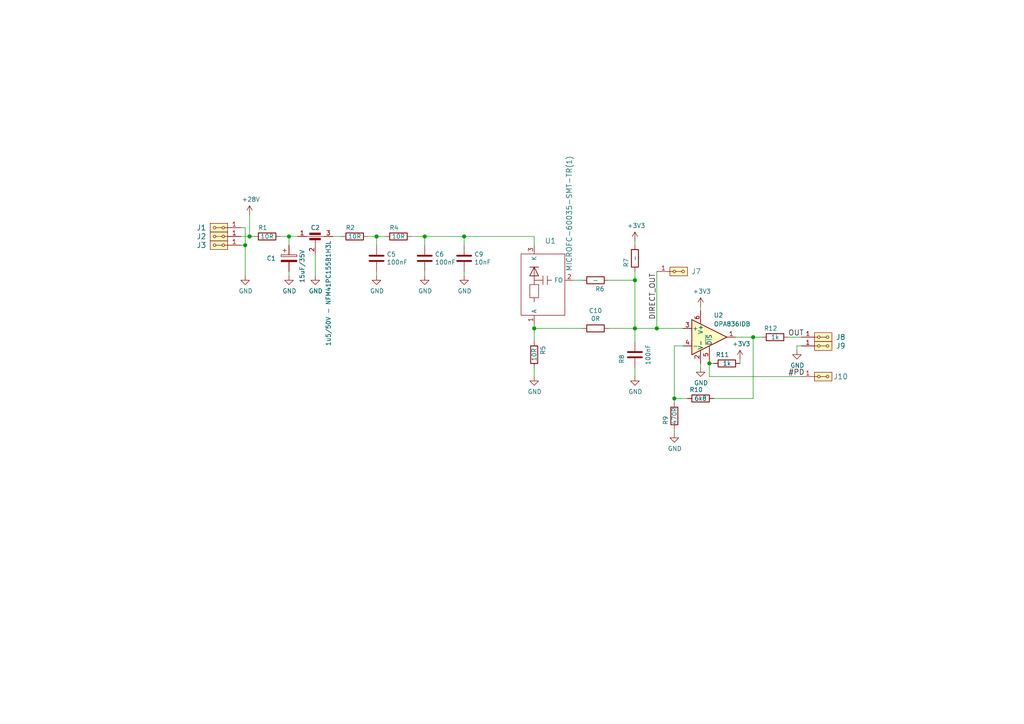
<source format=kicad_sch>
(kicad_sch (version 20210621) (generator eeschema)
  (paper "A4")
  (title_block (title "NAME") (date "%F") (rev "REV") (company "Mlab www.mlab.cz") (comment 1 "VERSION") (comment 2 "Short description \\nTwo lines are maximum") (comment 3 "nickname <email@example.com>") (comment 4 "BSD"))
  (lib_symbols
    (symbol "AIRDOSC01A_PCB01A-rescue:CP-Device" (pin_numbers hide) (pin_names (offset 0.254))
      (property "Reference" "C" (at 0.635 2.54 0))
      (property "Value" "CP-Device" (at 0.635 -2.54 0))
      (symbol "CP-Device_0_1"
        (rectangle (start -2.286 0.508) (end 2.286 1.016))
        (rectangle (start 2.286 -0.508) (end -2.286 -1.016) (fill (type outline)))
        (polyline (pts (xy -1.778 2.286) (xy -0.762 2.286)))
        (polyline (pts (xy -1.27 2.794) (xy -1.27 1.778)))
      )
      (symbol "CP-Device_1_1"
        (pin passive line (at 0 3.81 270) (length 2.794) (name "~") (number "1"))
        (pin passive line (at 0 -3.81 90) (length 2.794) (name "~") (number "2"))
      )
    )
    (symbol "AIRDOSC01A_PCB01A-rescue:EMI_Filter_C-Device" (pin_names (offset 0.254) hide)
      (property "Reference" "C" (at 0 7.62 0))
      (property "Value" "EMI_Filter_C-Device" (at 0 5.715 0))
      (symbol "EMI_Filter_C-Device_0_1"
        (rectangle (start -1.651 1.524) (end 1.524 2.032) (fill (type outline)))
        (rectangle (start 1.524 3.048) (end -1.651 3.556) (fill (type outline)))
        (polyline (pts (xy -2.54 2.54) (xy 2.54 2.54)))
        (polyline (pts (xy 0 0) (xy 0 1.778)))
      )
      (symbol "EMI_Filter_C-Device_1_1"
        (pin passive line (at -5.08 2.54 0) (length 2.54) (name "1") (number "1"))
        (pin passive line (at 0 -2.54 90) (length 2.54) (name "2") (number "2"))
        (pin passive line (at 5.08 2.54 180) (length 2.54) (name "3") (number "3"))
      )
    )
    (symbol "Amplifier_Operational:OPA847xDBV" (pin_names (offset 0.127))
      (property "Reference" "U" (at -1.27 6.35 0))
      (property "Value" "OPA847xDBV" (at -1.27 3.81 0))
      (symbol "OPA847xDBV_0_1"
        (polyline (pts (xy -5.08 5.08) (xy 5.08 0) (xy -5.08 -5.08) (xy -5.08 5.08)) (stroke (width 0.254)) (fill (type background)))
        (pin power_in line (at -2.54 -7.62 90) (length 3.81) (name "V-") (number "2"))
        (pin power_in line (at -2.54 7.62 270) (length 3.81) (name "V+") (number "6"))
      )
      (symbol "OPA847xDBV_1_1"
        (pin output line (at 7.62 0 180) (length 2.54) (name "~") (number "1"))
        (pin input line (at -7.62 2.54 0) (length 2.54) (name "+") (number "3"))
        (pin input line (at -7.62 -2.54 0) (length 2.54) (name "-") (number "4"))
        (pin input line (at 0 -7.62 90) (length 5.08) (name "~{DIS}") (number "5"))
      )
    )
    (symbol "Device:C" (pin_numbers hide) (pin_names (offset 0.254))
      (property "Reference" "C" (at 0.635 2.54 0))
      (property "Value" "C" (at 0.635 -2.54 0))
      (symbol "C_0_1"
        (polyline (pts (xy -2.032 -0.762) (xy 2.032 -0.762)) (stroke (width 0.508)))
        (polyline (pts (xy -2.032 0.762) (xy 2.032 0.762)) (stroke (width 0.508)))
      )
      (symbol "C_1_1"
        (pin passive line (at 0 3.81 270) (length 2.794) (name "~") (number "1"))
        (pin passive line (at 0 -3.81 90) (length 2.794) (name "~") (number "2"))
      )
    )
    (symbol "Device:R" (pin_numbers hide) (pin_names (offset 0))
      (property "Reference" "R" (at 2.032 0 90))
      (property "Value" "R" (at 0 0 90))
      (symbol "R_0_1"
        (rectangle (start -1.016 -2.54) (end 1.016 2.54) (stroke (width 0.254)))
      )
      (symbol "R_1_1"
        (pin passive line (at 0 3.81 270) (length 1.27) (name "~") (number "1"))
        (pin passive line (at 0 -3.81 90) (length 1.27) (name "~") (number "2"))
      )
    )
    (symbol "MLAB_HEADER:HEADER_2x01_PARALLEL" (pin_names (offset 1.016))
      (property "Reference" "J" (at 0 -2.54 0))
      (property "Value" "HEADER_2x01_PARALLEL" (at 0 2.54 0))
      (symbol "HEADER_2x01_PARALLEL_0_1"
        (circle (center -1.27 0) (radius 0.381))
        (circle (center 1.27 0) (radius 0.381))
        (rectangle (start -2.54 1.27) (end 2.54 -1.27) (fill (type background)))
        (polyline (pts (xy -1.651 0) (xy -2.54 0)))
        (polyline (pts (xy -0.889 0) (xy 0.889 0)))
      )
      (symbol "HEADER_2x01_PARALLEL_1_1"
        (pin input line (at -6.35 0 0) (length 3.81) (name "~") (number "1"))
        (pin input line (at -6.35 0 0) (length 3.81) hide (name "~") (number "2"))
      )
    )
    (symbol "MLAB_IO:MICROFC-60035-SMT-TR(1)"
      (property "Reference" "U" (at 12.7 -3.81 0))
      (property "Value" "MICROFC-60035-SMT-TR(1)" (at 24.13 -11.43 0))
      (symbol "MICROFC-60035-SMT-TR(1)_0_1"
        (rectangle (start -3.81 7.62) (end 8.89 -10.16))
        (rectangle (start -1.27 -1.27) (end 1.27 -1.27))
        (rectangle (start -1.27 2.54) (end -1.27 -1.27))
        (rectangle (start 0 -3.81) (end 0 -1.27))
        (rectangle (start 0 -2.54) (end 2.54 -2.54))
        (rectangle (start 0 2.54) (end 0 3.81))
        (rectangle (start 1.27 2.54) (end -1.27 2.54))
        (rectangle (start 1.27 2.54) (end 1.27 -1.27))
        (rectangle (start 2.54 -2.54) (end 2.54 -3.81))
        (rectangle (start 2.54 -1.27) (end 2.54 -2.54))
        (rectangle (start 3.81 -2.54) (end 5.08 -2.54))
        (rectangle (start 3.81 -1.27) (end 3.81 -3.81))
      )
      (symbol "MICROFC-60035-SMT-TR(1)_1_1"
        (polyline (pts (xy -1.27 -6.35) (xy 1.27 -6.35)) (stroke (width 0.2032)))
        (polyline (pts (xy 0 -3.81) (xy 0 -6.35)))
        (polyline (pts (xy -1.27 -3.81) (xy 1.27 -3.81) (xy 0 -6.35) (xy -1.27 -3.81)) (stroke (width 0.2032)))
        (pin passive line (at 0 10.16 270) (length 2.54) (name "A") (number "1"))
        (pin passive line (at 11.43 -2.54 180) (length 2.54) (name "FO") (number "2"))
        (pin passive line (at 0 -12.7 90) (length 2.54) (name "K") (number "3"))
        (pin passive line (at 5.08 -3.81 270) (length 2.54) hide (name "NC") (number "4"))
      )
    )
    (symbol "power:+28V" (power) (pin_names (offset 0))
      (property "Value" "+28V" (at 0 3.81 0))
      (symbol "+28V_0_1"
        (polyline (pts (xy -0.762 1.27) (xy 0 2.54)))
        (polyline (pts (xy 0 0) (xy 0 2.54)))
        (polyline (pts (xy 0 2.54) (xy 0.762 1.27)))
      )
      (symbol "+28V_1_1"
        (pin power_in line (at 0 0 90) (length 0) hide (name "+28V") (number "1"))
      )
    )
    (symbol "power:+3.3V" (power) (pin_names (offset 0))
      (property "Value" "+3.3V" (at 0 3.556 0))
      (symbol "+3.3V_0_1"
        (polyline (pts (xy -0.762 1.27) (xy 0 2.54)))
        (polyline (pts (xy 0 0) (xy 0 2.54)))
        (polyline (pts (xy 0 2.54) (xy 0.762 1.27)))
      )
      (symbol "+3.3V_1_1"
        (pin power_in line (at 0 0 90) (length 0) hide (name "+3V3") (number "1"))
      )
    )
    (symbol "power:GND" (power) (pin_names (offset 0))
      (property "Value" "GND" (at 0 -3.81 0))
      (symbol "GND_0_1"
        (polyline (pts (xy 0 0) (xy 0 -1.27) (xy 1.27 -1.27) (xy 0 -2.54) (xy -1.27 -1.27) (xy 0 -1.27)))
      )
      (symbol "GND_1_1"
        (pin power_in line (at 0 0 270) (length 0) hide (name "GND") (number "1"))
      )
    )
  )
  (junction (at 71.12 71.12) (diameter 1.016))
  (junction (at 72.39 68.58) (diameter 1.016))
  (junction (at 83.82 68.58) (diameter 1.016))
  (junction (at 109.22 68.58) (diameter 1.016))
  (junction (at 123.19 68.58) (diameter 1.016))
  (junction (at 134.62 68.58) (diameter 1.016))
  (junction (at 154.94 95.25) (diameter 1.016))
  (junction (at 184.15 81.28) (diameter 1.016))
  (junction (at 184.15 95.25) (diameter 1.016))
  (junction (at 190.5 95.25) (diameter 1.016))
  (junction (at 195.58 115.57) (diameter 1.016))
  (junction (at 205.74 105.41) (diameter 1.016))
  (junction (at 218.44 97.79) (diameter 1.016))
  (wire (pts (xy 69.85 66.04) (xy 71.12 66.04)))
  (wire (pts (xy 69.85 71.12) (xy 71.12 71.12)))
  (wire (pts (xy 71.12 66.04) (xy 71.12 71.12)))
  (wire (pts (xy 71.12 71.12) (xy 71.12 80.01)))
  (wire (pts (xy 72.39 62.23) (xy 72.39 68.58)))
  (wire (pts (xy 72.39 68.58) (xy 69.85 68.58)))
  (wire (pts (xy 73.66 68.58) (xy 72.39 68.58)))
  (wire (pts (xy 81.28 68.58) (xy 83.82 68.58)))
  (wire (pts (xy 83.82 68.58) (xy 86.36 68.58)))
  (wire (pts (xy 83.82 71.12) (xy 83.82 68.58)))
  (wire (pts (xy 83.82 80.01) (xy 83.82 78.74)))
  (wire (pts (xy 91.44 80.01) (xy 91.44 73.66)))
  (wire (pts (xy 96.52 68.58) (xy 99.06 68.58)))
  (wire (pts (xy 106.68 68.58) (xy 109.22 68.58)))
  (wire (pts (xy 109.22 68.58) (xy 111.76 68.58)))
  (wire (pts (xy 109.22 71.12) (xy 109.22 68.58)))
  (wire (pts (xy 109.22 78.74) (xy 109.22 80.01)))
  (wire (pts (xy 119.38 68.58) (xy 123.19 68.58)))
  (wire (pts (xy 123.19 68.58) (xy 134.62 68.58)))
  (wire (pts (xy 123.19 71.12) (xy 123.19 68.58)))
  (wire (pts (xy 123.19 80.01) (xy 123.19 78.74)))
  (wire (pts (xy 134.62 68.58) (xy 154.94 68.58)))
  (wire (pts (xy 134.62 71.12) (xy 134.62 68.58)))
  (wire (pts (xy 134.62 80.01) (xy 134.62 78.74)))
  (wire (pts (xy 154.94 68.58) (xy 154.94 71.12)))
  (wire (pts (xy 154.94 95.25) (xy 154.94 93.98)))
  (wire (pts (xy 154.94 95.25) (xy 154.94 99.06)))
  (wire (pts (xy 154.94 95.25) (xy 168.91 95.25)))
  (wire (pts (xy 154.94 109.22) (xy 154.94 106.68)))
  (wire (pts (xy 166.37 81.28) (xy 168.91 81.28)))
  (wire (pts (xy 176.53 81.28) (xy 184.15 81.28)))
  (wire (pts (xy 176.53 95.25) (xy 184.15 95.25)))
  (wire (pts (xy 184.15 71.12) (xy 184.15 69.85)))
  (wire (pts (xy 184.15 78.74) (xy 184.15 81.28)))
  (wire (pts (xy 184.15 81.28) (xy 184.15 95.25)))
  (wire (pts (xy 184.15 95.25) (xy 184.15 99.06)))
  (wire (pts (xy 184.15 95.25) (xy 190.5 95.25)))
  (wire (pts (xy 184.15 109.22) (xy 184.15 106.68)))
  (wire (pts (xy 190.5 78.74) (xy 190.5 95.25)))
  (wire (pts (xy 190.5 95.25) (xy 198.12 95.25)))
  (wire (pts (xy 195.58 100.33) (xy 195.58 115.57)))
  (wire (pts (xy 195.58 115.57) (xy 195.58 116.84)))
  (wire (pts (xy 195.58 125.73) (xy 195.58 124.46)))
  (wire (pts (xy 198.12 100.33) (xy 195.58 100.33)))
  (wire (pts (xy 199.39 115.57) (xy 195.58 115.57)))
  (wire (pts (xy 203.2 90.17) (xy 203.2 88.9)))
  (wire (pts (xy 203.2 106.68) (xy 203.2 105.41)))
  (wire (pts (xy 205.74 105.41) (xy 205.74 109.22)))
  (wire (pts (xy 205.74 105.41) (xy 207.01 105.41)))
  (wire (pts (xy 205.74 109.22) (xy 232.41 109.22)))
  (wire (pts (xy 207.01 115.57) (xy 218.44 115.57)))
  (wire (pts (xy 213.36 97.79) (xy 218.44 97.79)))
  (wire (pts (xy 214.63 105.41) (xy 214.63 104.14)))
  (wire (pts (xy 218.44 97.79) (xy 220.98 97.79)))
  (wire (pts (xy 218.44 115.57) (xy 218.44 97.79)))
  (wire (pts (xy 228.6 97.79) (xy 232.41 97.79)))
  (wire (pts (xy 231.14 100.33) (xy 231.14 101.6)))
  (wire (pts (xy 232.41 100.33) (xy 231.14 100.33)))
  (label "DIRECT_OUT" (at 190.5 92.71 90) (effects (font (size 1.524 1.524))))
  (label "OUT" (at 228.6 97.79 0) (effects (font (size 1.524 1.524))))
  (label "#PD" (at 228.6 109.22 0) (effects (font (size 1.524 1.524))))
  (symbol (lib_id "power:+28V") (at 72.39 62.23 0) (unit 1)
    (property "Reference" "#PWR02" (effects hide))
    (property "Value" "+28V" (at 72.771 57.8358 0))
  )
  (symbol (lib_id "power:+3.3V") (at 184.15 69.85 0) (unit 1)
    (property "Reference" "#PWR016" (effects hide))
    (property "Value" "+3.3V" (at 184.531 65.4558 0))
  )
  (symbol (lib_id "power:+3.3V") (at 203.2 88.9 0) (unit 1)
    (property "Reference" "#PWR019" (effects hide))
    (property "Value" "+3.3V" (at 203.581 84.5058 0))
  )
  (symbol (lib_id "power:+3.3V") (at 214.63 104.14 0) (unit 1)
    (property "Reference" "#PWR021" (effects hide))
    (property "Value" "+3.3V" (at 215.011 99.7458 0))
  )
  (symbol (lib_id "power:GND") (at 71.12 80.01 0) (unit 1)
    (property "Reference" "#PWR01" (effects hide))
    (property "Value" "GND" (at 71.247 84.4042 0))
  )
  (symbol (lib_id "power:GND") (at 83.82 80.01 0) (unit 1)
    (property "Reference" "#PWR05" (effects hide))
    (property "Value" "GND" (at 83.947 84.4042 0))
  )
  (symbol (lib_id "power:GND") (at 91.44 80.01 0) (unit 1)
    (property "Reference" "#PWR06" (effects hide))
    (property "Value" "GND" (at 91.567 84.4042 0))
  )
  (symbol (lib_id "power:GND") (at 109.22 80.01 0) (unit 1)
    (property "Reference" "#PWR09" (effects hide))
    (property "Value" "GND" (at 109.347 84.4042 0))
  )
  (symbol (lib_id "power:GND") (at 123.19 80.01 0) (unit 1)
    (property "Reference" "#PWR010" (effects hide))
    (property "Value" "GND" (at 123.317 84.4042 0))
  )
  (symbol (lib_id "power:GND") (at 134.62 80.01 0) (unit 1)
    (property "Reference" "#PWR014" (effects hide))
    (property "Value" "GND" (at 134.747 84.4042 0))
  )
  (symbol (lib_id "power:GND") (at 154.94 109.22 0) (unit 1)
    (property "Reference" "#PWR015" (effects hide))
    (property "Value" "GND" (at 155.067 113.6142 0))
  )
  (symbol (lib_id "power:GND") (at 184.15 109.22 0) (unit 1)
    (property "Reference" "#PWR017" (effects hide))
    (property "Value" "GND" (at 184.277 113.6142 0))
  )
  (symbol (lib_id "power:GND") (at 195.58 125.73 0) (unit 1)
    (property "Reference" "#PWR018" (effects hide))
    (property "Value" "GND" (at 195.707 130.1242 0))
  )
  (symbol (lib_id "power:GND") (at 203.2 106.68 0) (unit 1)
    (property "Reference" "#PWR020" (effects hide))
    (property "Value" "GND" (at 203.327 111.0742 0))
  )
  (symbol (lib_id "power:GND") (at 231.14 101.6 0) (unit 1)
    (property "Reference" "#PWR022" (effects hide))
    (property "Value" "GND" (at 231.267 105.9942 0))
  )
  (symbol (lib_id "Device:R") (at 77.47 68.58 270) (unit 1)
    (property "Reference" "R1" (at 76.2 66.04 90))
    (property "Value" "10R" (at 77.47 68.58 90))
    (property "Footprint" "Mlab_R:SMD-0805" (effects hide))
    (property "UST_ID" "5c70984512875079b91f896d" (effects hide))
  )
  (symbol (lib_id "Device:R") (at 102.87 68.58 270) (unit 1)
    (property "Reference" "R2" (at 101.6 66.04 90))
    (property "Value" "10R" (at 102.87 68.58 90))
    (property "Footprint" "Mlab_R:SMD-0805" (effects hide))
    (property "UST_ID" "5c70984512875079b91f896d" (effects hide))
  )
  (symbol (lib_id "Device:R") (at 115.57 68.58 270) (unit 1)
    (property "Reference" "R4" (at 114.3 66.04 90))
    (property "Value" "10R" (at 115.57 68.58 90))
    (property "Footprint" "Mlab_R:SMD-0805" (effects hide))
    (property "UST_ID" "5c70984512875079b91f896d" (effects hide))
  )
  (symbol (lib_id "Device:R") (at 154.94 102.87 180) (unit 1)
    (property "Reference" "R5" (at 157.48 101.6 90))
    (property "Value" "10R" (at 154.94 102.87 90))
    (property "Footprint" "Mlab_R:SMD-0805" (effects hide))
    (property "UST_ID" "5c70984512875079b91f896d" (effects hide))
  )
  (symbol (lib_id "Device:R") (at 172.72 81.28 90) (unit 1)
    (property "Reference" "R6" (at 173.99 83.82 90))
    (property "Value" "-" (at 172.72 81.28 90))
    (property "Footprint" "Mlab_R:SMD-0805" (effects hide))
  )
  (symbol (lib_id "Device:R") (at 172.72 95.25 270) (unit 1)
    (property "Reference" "C10" (at 172.72 90.1192 90))
    (property "Value" "0R" (at 172.72 92.431 90))
    (property "Footprint" "Mlab_R:SMD-0805" (effects hide))
    (property "UST_ID" "5c70984512875079b91f896b" (effects hide))
  )
  (symbol (lib_id "Device:R") (at 184.15 74.93 0) (unit 1)
    (property "Reference" "R7" (at 181.61 76.2 90))
    (property "Value" "-" (at 184.15 74.93 90))
    (property "Footprint" "Mlab_R:SMD-0805" (effects hide))
  )
  (symbol (lib_id "Device:R") (at 195.58 120.65 0) (unit 1)
    (property "Reference" "R9" (at 193.04 121.92 90))
    (property "Value" "470R" (at 195.58 120.65 90))
    (property "Footprint" "Mlab_R:SMD-0805" (effects hide))
    (property "UST_ID" "5c70984512875079b91f8986" (effects hide))
  )
  (symbol (lib_id "Device:R") (at 203.2 115.57 270) (unit 1)
    (property "Reference" "R10" (at 201.93 113.03 90))
    (property "Value" "6k8" (at 203.2 115.57 90))
    (property "Footprint" "Mlab_R:SMD-0805" (effects hide))
    (property "UST_ID" "5c70984612875079b91f899a" (effects hide))
  )
  (symbol (lib_id "Device:R") (at 210.82 105.41 270) (unit 1)
    (property "Reference" "R11" (at 209.55 102.87 90))
    (property "Value" "1k" (at 210.82 105.41 90))
    (property "Footprint" "Mlab_R:SMD-0805" (effects hide))
    (property "UST_ID" "5c70984512875079b91f898c" (effects hide))
  )
  (symbol (lib_id "Device:R") (at 224.79 97.79 270) (unit 1)
    (property "Reference" "R12" (at 223.52 95.25 90))
    (property "Value" "1k" (at 224.79 97.79 90))
    (property "Footprint" "Mlab_R:SMD-0805" (effects hide))
    (property "UST_ID" "5c70984512875079b91f898c" (effects hide))
  )
  (symbol (lib_id "MLAB_HEADER:HEADER_2x01_PARALLEL") (at 63.5 66.04 180) (unit 1)
    (property "Reference" "J1" (at 58.42 66.04 0) (effects (font (size 1.524 1.524))))
    (property "Value" "HEADER_2x01_PARALLEL" (effects hide))
    (property "Footprint" "Mlab_Pin_Headers:Straight_2x01" (effects hide))
  )
  (symbol (lib_id "MLAB_HEADER:HEADER_2x01_PARALLEL") (at 63.5 68.58 180) (unit 1)
    (property "Reference" "J2" (at 58.42 68.58 0) (effects (font (size 1.524 1.524))))
    (property "Value" "HEADER_2x01_PARALLEL" (effects hide))
    (property "Footprint" "Mlab_Pin_Headers:Straight_2x01" (effects hide))
  )
  (symbol (lib_id "MLAB_HEADER:HEADER_2x01_PARALLEL") (at 63.5 71.12 180) (unit 1)
    (property "Reference" "J3" (at 58.42 71.12 0) (effects (font (size 1.524 1.524))))
    (property "Value" "HEADER_2x01_PARALLEL" (effects hide))
    (property "Footprint" "Mlab_Pin_Headers:Straight_2x01" (effects hide))
  )
  (symbol (lib_id "MLAB_HEADER:HEADER_2x01_PARALLEL") (at 196.85 78.74 0) (unit 1)
    (property "Reference" "J7" (at 201.93 78.74 0) (effects (font (size 1.524 1.524))))
    (property "Value" "HEADER_2x01_PARALLEL" (effects hide))
    (property "Footprint" "Mlab_Pin_Headers:Straight_2x01" (effects hide))
  )
  (symbol (lib_id "MLAB_HEADER:HEADER_2x01_PARALLEL") (at 238.76 97.79 0) (unit 1)
    (property "Reference" "J8" (at 243.84 97.79 0) (effects (font (size 1.524 1.524))))
    (property "Value" "HEADER_2x01_PARALLEL" (effects hide))
    (property "Footprint" "Mlab_Pin_Headers:Straight_2x01" (effects hide))
  )
  (symbol (lib_id "MLAB_HEADER:HEADER_2x01_PARALLEL") (at 238.76 100.33 0) (unit 1)
    (property "Reference" "J9" (at 243.84 100.33 0) (effects (font (size 1.524 1.524))))
    (property "Value" "HEADER_2x01_PARALLEL" (effects hide))
    (property "Footprint" "Mlab_Pin_Headers:Straight_2x01" (effects hide))
  )
  (symbol (lib_id "MLAB_HEADER:HEADER_2x01_PARALLEL") (at 238.76 109.22 0) (unit 1)
    (property "Reference" "J10" (at 243.84 109.22 0) (effects (font (size 1.524 1.524))))
    (property "Value" "HEADER_2x01_PARALLEL" (effects hide))
    (property "Footprint" "Mlab_Pin_Headers:Straight_2x01" (effects hide))
  )
  (symbol (lib_id "AIRDOSC01A_PCB01A-rescue:CP-Device") (at 83.82 74.93 0) (unit 1)
    (property "Reference" "C1" (at 80.01 74.93 0) (effects (justify right)))
    (property "Value" "15uF/35V" (at 87.63 72.39 90) (effects (justify right)))
    (property "Footprint" "Mlab_C:TantalC_SizeC_Reflow" (effects hide))
    (property "UST_ID" "5c70984812875079b91f8bac" (effects hide))
  )
  (symbol (lib_id "Device:C") (at 109.22 74.93 0) (unit 1)
    (property "Reference" "C5" (at 112.141 73.7616 0) (effects (justify left)))
    (property "Value" "100nF" (at 112.141 76.073 0) (effects (justify left)))
    (property "Footprint" "Mlab_R:SMD-0805" (effects hide))
    (property "UST_ID" "5c70984712875079b91f8b4c" (effects hide))
  )
  (symbol (lib_id "Device:C") (at 123.19 74.93 0) (unit 1)
    (property "Reference" "C6" (at 126.111 73.7616 0) (effects (justify left)))
    (property "Value" "100nF" (at 126.111 76.073 0) (effects (justify left)))
    (property "Footprint" "Mlab_R:SMD-0805" (effects hide))
    (property "UST_ID" "5c70984712875079b91f8b4c" (effects hide))
  )
  (symbol (lib_id "Device:C") (at 134.62 74.93 0) (unit 1)
    (property "Reference" "C9" (at 137.541 73.7616 0) (effects (justify left)))
    (property "Value" "10nF" (at 137.541 76.073 0) (effects (justify left)))
    (property "Footprint" "Mlab_R:SMD-0805" (effects hide))
    (property "UST_ID" "5c70984712875079b91f8b49" (effects hide))
  )
  (symbol (lib_id "Device:C") (at 184.15 102.87 0) (unit 1)
    (property "Reference" "R8" (at 180.34 104.14 90))
    (property "Value" "100nF" (at 187.96 102.87 90))
    (property "Footprint" "Mlab_R:SMD-0805" (effects hide))
    (property "UST_ID" "5c70984712875079b91f8b4c" (effects hide))
  )
  (symbol (lib_id "AIRDOSC01A_PCB01A-rescue:EMI_Filter_C-Device") (at 91.44 71.12 0) (unit 1)
    (property "Reference" "C2" (at 91.44 66.04 0))
    (property "Value" "1u5/50V - NFM41PC155B1H3L" (at 95.25 85.09 90))
    (property "Footprint" "Mlab_L:FIR_1806" (effects hide))
    (property "Datasheet" "http://www.murata.com/~/media/webrenewal/support/library/catalog/products/emc/emifil/c31e.ashx?la=en-gb" (effects hide))
    (property "UST_ID" "5c70984712875079b91f8b9b" (effects hide))
  )
  (symbol (lib_id "Amplifier_Operational:OPA847xDBV") (at 205.74 97.79 0) (unit 1)
    (property "Reference" "U2" (at 207.01 91.44 0) (effects (justify left)))
    (property "Value" "OPA836IDB" (at 207.01 93.98 0) (effects (justify left)))
    (property "Footprint" "Package_TO_SOT_SMD:SOT-23-6" (effects hide))
    (property "Datasheet" "http://www.ti.com/lit/ds/symlink/opa847.pdf" (effects hide))
    (property "UST_ID" "5c7273171287500b4e112ff8" (effects hide))
  )
  (symbol (lib_id "MLAB_IO:MICROFC-60035-SMT-TR(1)") (at 154.94 83.82 0) (mirror x) (unit 1)
    (property "Reference" "U1" (at 161.29 69.85 0) (effects (font (size 1.524 1.524)) (justify right)))
    (property "Value" "MICROFC-60035-SMT-TR(1)" (at 165.1 78.74 90) (effects (font (size 1.524 1.524)) (justify right)))
    (property "Footprint" "Mlab_IO:MicroFC−60035−SMT" (effects hide))
  )
)
</source>
